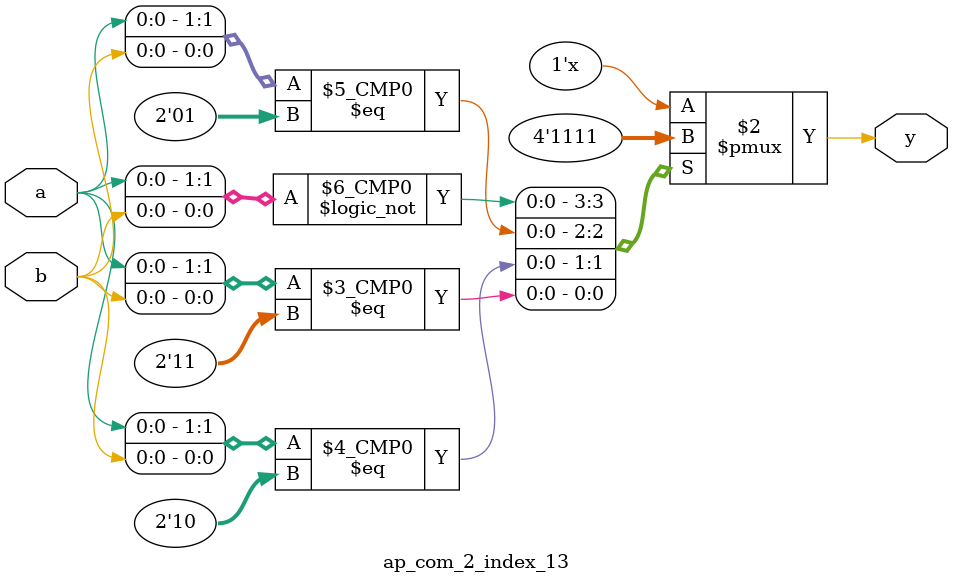
<source format=v>
module ap_com_4_index_0(
	input wire a,
	input wire b,
	input wire c,
	input wire d,
	output reg y
);

always @(*) begin
	case({a, b, c, d})
		4'b0000: y = 0;
		4'b0001: y = 0;
		4'b0010: y = 0;
		4'b0011: y = 0;
		4'b0100: y = 1;
		4'b0101: y = 1;
		4'b0110: y = 1;
		4'b0111: y = 1;
		4'b1000: y = 1;
		4'b1001: y = 1;
		4'b1010: y = 1;
		4'b1011: y = 1;
		4'b1100: y = 1;
		4'b1101: y = 1;
		4'b1110: y = 1;
		4'b1111: y = 1;
		default:;
	endcase
end

endmodule


module ap_com_3_index_1(
	input wire a,
	input wire b,
	input wire c,
	output reg y
);

always @(*) begin
	case({a, b, c})
		3'b000: y = 0;
		3'b001: y = 1;
		3'b010: y = 0;
		3'b011: y = 1;
		3'b100: y = 0;
		3'b101: y = 1;
		3'b110: y = 0;
		3'b111: y = 1;
		default:;
	endcase
end

endmodule


module ap_com_2_index_2(
	input wire a,
	input wire b,
	output reg y
);

always @(*) begin
	case({a, b})
		2'b00: y = 0;
		2'b01: y = 1;
		2'b10: y = 0;
		2'b11: y = 1;
		default:;
	endcase
end

endmodule


module ap_com_4_index_3(
	input wire a,
	input wire b,
	input wire c,
	input wire d,
	output reg y
);

always @(*) begin
	case({a, b, c, d})
		4'b0000: y = 0;
		4'b0001: y = 1;
		4'b0010: y = 1;
		4'b0011: y = 1;
		4'b0100: y = 0;
		4'b0101: y = 1;
		4'b0110: y = 1;
		4'b0111: y = 1;
		4'b1000: y = 0;
		4'b1001: y = 0;
		4'b1010: y = 1;
		4'b1011: y = 1;
		4'b1100: y = 0;
		4'b1101: y = 1;
		4'b1110: y = 1;
		4'b1111: y = 1;
		default:;
	endcase
end

endmodule


module ap_com_3_index_4(
	input wire a,
	input wire b,
	input wire c,
	output reg y
);

always @(*) begin
	case({a, b, c})
		3'b000: y = 0;
		3'b001: y = 0;
		3'b010: y = 1;
		3'b011: y = 1;
		3'b100: y = 1;
		3'b101: y = 1;
		3'b110: y = 1;
		3'b111: y = 1;
		default:;
	endcase
end

endmodule


module ap_com_4_index_5(
	input wire a,
	input wire b,
	input wire c,
	input wire d,
	output reg y
);

always @(*) begin
	case({a, b, c, d})
		4'b0000: y = 1;
		4'b0001: y = 1;
		4'b0010: y = 1;
		4'b0011: y = 1;
		4'b0100: y = 1;
		4'b0101: y = 0;
		4'b0110: y = 1;
		4'b0111: y = 0;
		4'b1000: y = 1;
		4'b1001: y = 1;
		4'b1010: y = 1;
		4'b1011: y = 1;
		4'b1100: y = 1;
		4'b1101: y = 0;
		4'b1110: y = 1;
		4'b1111: y = 0;
		default:;
	endcase
end

endmodule


module ap_com_2_index_6(
	input wire a,
	input wire b,
	output reg y
);

always @(*) begin
	case({a, b})
		2'b00: y = 0;
		2'b01: y = 0;
		2'b10: y = 0;
		2'b11: y = 0;
		default:;
	endcase
end

endmodule


module ap_com_4_index_7(
	input wire a,
	input wire b,
	input wire c,
	input wire d,
	output reg y
);

always @(*) begin
	case({a, b, c, d})
		4'b0000: y = 1;
		4'b0001: y = 1;
		4'b0010: y = 1;
		4'b0011: y = 1;
		4'b0100: y = 1;
		4'b0101: y = 1;
		4'b0110: y = 0;
		4'b0111: y = 0;
		4'b1000: y = 0;
		4'b1001: y = 0;
		4'b1010: y = 1;
		4'b1011: y = 1;
		4'b1100: y = 0;
		4'b1101: y = 0;
		4'b1110: y = 0;
		4'b1111: y = 0;
		default:;
	endcase
end

endmodule


module ap_com_4_index_8(
	input wire a,
	input wire b,
	input wire c,
	input wire d,
	output reg y
);

always @(*) begin
	case({a, b, c, d})
		4'b0000: y = 0;
		4'b0001: y = 1;
		4'b0010: y = 1;
		4'b0011: y = 1;
		4'b0100: y = 0;
		4'b0101: y = 1;
		4'b0110: y = 1;
		4'b0111: y = 1;
		4'b1000: y = 1;
		4'b1001: y = 1;
		4'b1010: y = 1;
		4'b1011: y = 1;
		4'b1100: y = 1;
		4'b1101: y = 1;
		4'b1110: y = 1;
		4'b1111: y = 1;
		default:;
	endcase
end

endmodule


module ap_com_3_index_9(
	input wire a,
	input wire b,
	input wire c,
	output reg y
);

always @(*) begin
	case({a, b, c})
		3'b000: y = 0;
		3'b001: y = 0;
		3'b010: y = 0;
		3'b011: y = 0;
		3'b100: y = 0;
		3'b101: y = 0;
		3'b110: y = 0;
		3'b111: y = 0;
		default:;
	endcase
end

endmodule


module ap_com_2_index_10(
	input wire a,
	input wire b,
	output reg y
);

always @(*) begin
	case({a, b})
		2'b00: y = 0;
		2'b01: y = 0;
		2'b10: y = 0;
		2'b11: y = 0;
		default:;
	endcase
end

endmodule


module ap_com_2_index_11(
	input wire a,
	input wire b,
	output reg y
);

always @(*) begin
	case({a, b})
		2'b00: y = 0;
		2'b01: y = 0;
		2'b10: y = 1;
		2'b11: y = 1;
		default:;
	endcase
end

endmodule


module ap_com_2_index_12(
	input wire a,
	input wire b,
	output reg y
);

always @(*) begin
	case({a, b})
		2'b00: y = 0;
		2'b01: y = 0;
		2'b10: y = 0;
		2'b11: y = 0;
		default:;
	endcase
end

endmodule


module ap_com_2_index_13(
	input wire a,
	input wire b,
	output reg y
);

always @(*) begin
	case({a, b})
		2'b00: y = 1;
		2'b01: y = 1;
		2'b10: y = 1;
		2'b11: y = 1;
		default:;
	endcase
end

endmodule



</source>
